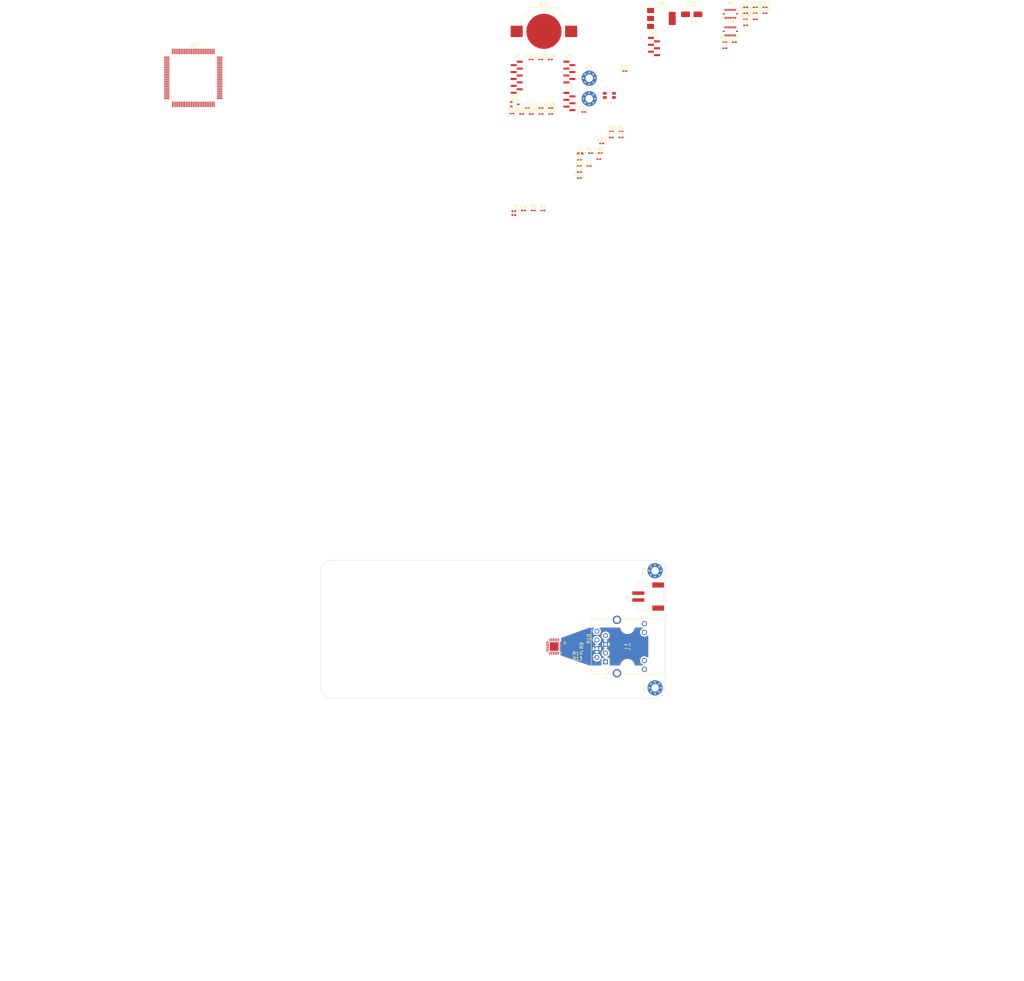
<source format=kicad_pcb>
(kicad_pcb (version 20211014) (generator pcbnew)
  (layers (0 "F.Cu" signal) (31 "B.Cu" signal) (34 "B.Paste" user) (35 "F.Paste" user) (36 "B.SilkS" user "B.Silkscreen") (37 "F.SilkS" user "F.Silkscreen") (38 "B.Mask" user) (39 "F.Mask" user) (44 "Edge.Cuts" user))
  (net 0 "")
  (net 1 "Net-(C1-Pad1)")
  (net 2 "GND")
  (net 3 "/nNRST")
  (net 4 "VCC")
  (net 5 "VDDA")
  (net 6 "/PHY/TX+")
  (net 7 "/PHY/TX-")
  (net 8 "/PHY/RX+")
  (net 9 "/PHY/RX-")
  (net 10 "Net-(J1-Pad10)")
  (net 11 "Net-(J1-Pad11)")
  (net 13 "/ETH_TX_EN")
  (net 14 "/ETH_TX_D0")
  (net 15 "/ETH_TX_D1")
  (net 16 "/ETH_REF_CLK")
  (net 17 "/ETH_RX_D0")
  (net 18 "/ETH_RX_D1")
  (net 19 "/ETH_MDC")
  (net 20 "/ETH_MDIO")
  (net 21 "/ETH_CRS_DV")
  (net 22 "/I2C1_SCL")
  (net 23 "/I2C1_SDA")
  (net 24 "/ACCL1_IN1")
  (net 25 "/ACCL1_INT2")
  (net 26 "/GYRO1_INT1")
  (net 27 "/GYRO1_INT2")
  (net 28 "/PHY/REFCLK")
  (net 29 "Net-(R2-Pad1)")
  (net 30 "/PHY/OSCIN")
  (net 31 "Net-(R4-Pad1)")
  (net 32 "Net-(R5-Pad2)")
  (net 33 "Net-(R7-Pad2)")
  (net 34 "/PHY/LED1")
  (net 35 "/PHY/LED2")
  (net 42 "Net-(BT1-Pad1)")
  (net 98 "/ACCL2_IN1")
  (net 99 "/ACCL2_INT2")
  (net 100 "/GYRO2_INT1")
  (net 101 "/GYRO2_INT2")
  (net 102 "Net-(U2-Pad14)")
  (net 103 "Net-(U2-Pad73)")
  (net 104 "Net-(U2-Pad49)")
  (net 105 "+5V")
  (net 106 "/I2C3_SCL")
  (net 107 "/I2C3_SDA")
  (net 108 "/SWDIO")
  (net 109 "/SWCLK")
  (net 110 "/UART_TX")
  (net 111 "/UART_RX")
  (net 113 "Net-(U2-Pad94)")
  (net 114 "/VREF+")
  (net 115 "Net-(U2-Pad37)")
  (net 116 "/OSC32_IN")
  (net 117 "/OSC_IN")
  (net 118 "Net-(U1-Pad24)")
  (footprint "Capacitor_SMD:C_0201_0603Metric_Pad0.64x0.40mm_HandSolder" (layer "F.Cu") (at 168.05 -26.44)
    (fp_text reference "C5")
    (fp_text value "0.022uF")
  )
  (footprint "MountingHole:MountingHole_2.2mm_M2_Pad_Via" (layer "F.Cu") (at 190 91 90)
    (fp_text reference "H3")
    (fp_text value "MountingHole")
  )
  (footprint "MountingHole:MountingHole_2.2mm_M2_Pad_Via" (layer "F.Cu") (at 170.9 -51.91)
    (fp_text reference "H1")
    (fp_text value "MountingHole")
  )
  (footprint "Resistor_SMD:R_0201_0603Metric_Pad0.64x0.40mm_HandSolder" (layer "F.Cu") (at 216.28 -70.75)
    (fp_text reference "R16")
    (fp_text value "R_Small")
  )
  (footprint "Capacitor_SMD:C_0201_0603Metric_Pad0.64x0.40mm_HandSolder" (layer "F.Cu") (at 216.28 -72.5)
    (fp_text reference "C7")
    (fp_text value "C_Small")
  )
  (footprint "Capacitor_SMD:C_0201_0603Metric_Pad0.64x0.40mm_HandSolder" (layer "F.Cu") (at 213.04 -62.36)
    (fp_text reference "C11")
    (fp_text value "C_Small")
  )
  (footprint "Capacitor_SMD:C_0201_0603Metric_Pad0.64x0.40mm_HandSolder" (layer "F.Cu") (at 151.85 -13.51)
    (fp_text reference "C4")
    (fp_text value "104")
  )
  (footprint "Resistor_SMD:R_0201_0603Metric_Pad0.64x0.40mm_HandSolder" (layer "F.Cu") (at 180.15 -36.46)
    (fp_text reference "R1")
    (fp_text value "33R")
  )
  (footprint "Resistor_SMD:R_0201_0603Metric_Pad0.64x0.40mm_HandSolder" (layer "F.Cu") (at 219.09 -72.5)
    (fp_text reference "R15")
    (fp_text value "R_Small")
  )
  (footprint "Capacitor_SMD:C_0201_0603Metric_Pad0.64x0.40mm_HandSolder" (layer "F.Cu") (at 169.33 -42.11)
    (fp_text reference "C22")
    (fp_text value "106")
  )
  (footprint "Capacitor_SMD:C_0201_0603Metric_Pad0.64x0.40mm_HandSolder" (layer "F.Cu") (at 170.86 -26.44)
    (fp_text reference "C2")
    (fp_text value "105")
  )
  (footprint "Footprint:XTAL_ASCO-50.000MHZ-EK-T3" (layer "F.Cu") (at 149.025 -12.76)
    (fp_text reference "Y1")
    (fp_text value "ASCO-50.000MHZ-EK-T3")
  )
  (footprint "Capacitor_SMD:C_0201_0603Metric_Pad0.64x0.40mm_HandSolder" (layer "F.Cu") (at 159.72 -41.51)
    (fp_text reference "C15")
    (fp_text value "104")
  )
  (footprint "Capacitor_SMD:C_0201_0603Metric_Pad0.64x0.40mm_HandSolder" (layer "F.Cu") (at 219.09 -70.75)
    (fp_text reference "C13")
    (fp_text value "C_Small")
  )
  (footprint "Connector_PinHeader_1.00mm:PinHeader_1x06_P1.00mm_Vertical_SMD_Pin1Left" (layer "F.Cu") (at 189.69 -61.1)
    (fp_text reference "J4")
    (fp_text value "Conn_01x06")
  )
  (footprint "Capacitor_SMD:C_0201_0603Metric_Pad0.64x0.40mm_HandSolder" (layer "F.Cu") (at 159.65 -57.34)
    (fp_text reference "C19")
    (fp_text value "106")
  )
  (footprint "Capacitor_SMD:C_0201_0603Metric_Pad0.64x0.40mm_HandSolder" (layer "F.Cu") (at 221.9 -72.5)
    (fp_text reference "C12")
    (fp_text value "C_Small")
  )
  (footprint "Resistor_SMD:R_0201_0603Metric_Pad0.64x0.40mm_HandSolder" (layer "F.Cu") (at 174.11 -30.18)
    (fp_text reference "R8")
    (fp_text value "4.7K")
  )
  (footprint "Resistor_SMD:R_0201_0603Metric_Pad0.64x0.40mm_HandSolder" (layer "F.Cu") (at 177.34 -34.71)
    (fp_text reference "R2")
    (fp_text value "33R")
  )
  (footprint "Inductor_SMD:L_0402_1005Metric_Pad0.77x0.64mm_HandSolder" (layer "F.Cu") (at 168.27 -30.06)
    (fp_text reference "L1")
    (fp_text value "L_Small")
  )
  (footprint "MountingHole:MountingHole_2.2mm_M2_Pad_Via" (layer "F.Cu") (at 170.9 -45.96)
    (fp_text reference "H4")
    (fp_text value "MountingHole")
  )
  (footprint "Capacitor_SMD:C_0201_0603Metric_Pad0.64x0.40mm_HandSolder" (layer "F.Cu") (at 168.05 -24.69)
    (fp_text reference "C3")
    (fp_text value "104")
  )
  (footprint "Resistor_SMD:R_0201_0603Metric_Pad0.64x0.40mm_HandSolder" (layer "F.Cu") (at 210.23 -62.36)
    (fp_text reference "R17")
    (fp_text value "R_Small")
  )
  (footprint "Resistor_SMD:R_0201_0603Metric_Pad0.64x0.40mm_HandSolder" (layer "F.Cu") (at 169.75 112.75 90)
    (fp_text reference "R9")
    (fp_text value "49.9R")
  )
  (footprint "Resistor_SMD:R_0201_0603Metric_Pad0.64x0.40mm_HandSolder" (layer "F.Cu") (at 170 116.5 180)
    (fp_text reference "R13")
    (fp_text value "49.9R")
  )
  (footprint "Capacitor_SMD:C_0201_0603Metric_Pad0.64x0.40mm_HandSolder" (layer "F.Cu") (at 154.1 -41.51)
    (fp_text reference "C14")
    (fp_text value "104")
  )
  (footprint "Resistor_SMD:R_0201_0603Metric_Pad0.64x0.40mm_HandSolder" (layer "F.Cu") (at 169.75 110.75 -90)
    (fp_text reference "R10")
    (fp_text value "49.9R")
  )
  (footprint "Connector_PinHeader_1.00mm:PinHeader_1x10_P1.00mm_Vertical_SMD_Pin1Right" (layer "F.Cu") (at 149.85 -52.19)
    (fp_text reference "J2")
    (fp_text value "Conn_01x10")
  )
  (footprint "Resistor_SMD:R_0201_0603Metric_Pad0.64x0.40mm_HandSolder" (layer "F.Cu") (at 180.15 -34.71)
    (fp_text reference "R6")
    (fp_text value "1.5K")
  )
  (footprint "Package_TO_SOT_SMD:SOT-323_SC-70" (layer "F.Cu") (at 149.3 -44.34)
    (fp_text reference "U5")
    (fp_text value "MAX7375AXR365")
  )
  (footprint "Package_QFP:LQFP-100_14x14mm_P0.5mm" (layer "F.Cu") (at 56 -52)
    (fp_text reference "U2")
    (fp_text value "STM32F407VETx")
  )
  (footprint "Package_TO_SOT_SMD:SOT-223-3_TabPin2" (layer "F.Cu") (at 191.84 -69.25)
    (fp_text reference "U6")
    (fp_text value "AMS1117-3.3")
  )
  (footprint "Capacitor_SMD:C_0201_0603Metric_Pad0.64x0.40mm_HandSolder" (layer "F.Cu") (at 152.93 -43.26)
    (fp_text reference "C16")
    (fp_text value "2.2uF")
  )
  (footprint "Footprint:PQFN50P450X300X100-16N" (layer "F.Cu") (at 211.85 -65.505)
    (fp_text reference "U3")
    (fp_text value "BMI088")
  )
  (footprint "Footprint:QFN50P400X400X100-25N" (layer "F.Cu") (at 160.75 113 -90)
    (fp_text reference "U1")
    (fp_text value "LAN8720A-CP")
  )
  (footprint "Battery:BatteryHolder_Keystone_3000_1x12mm" (layer "F.Cu") (at 157.75 -65.5)
    (fp_text reference "BT1")
    (fp_text value "Battery_Cell")
  )
  (footprint "Capacitor_SMD:C_0201_0603Metric_Pad0.64x0.40mm_HandSolder" (layer "F.Cu") (at 156.84 -57.34)
    (fp_text reference "C20")
    (fp_text value "104")
  )
  (footprint "Resistor_SMD:R_0201_0603Metric_Pad0.64x0.40mm_HandSolder" (layer "F.Cu") (at 170 115 180)
    (fp_text reference "R14")
    (fp_text value "49.9R")
  )
  (footprint "Capacitor_SMD:C_0201_0603Metric_Pad0.64x0.40mm_HandSolder" (layer "F.Cu") (at 216.28 -67.25)
    (fp_text reference "C9")
    (fp_text value "C_Small")
  )
  (footprint "Footprint:JST_S2B-PH-SM4-TB(LF)(SN)" (layer "F.Cu") (at 185.15 98.5 90)
    (fp_text reference "J6")
    (fp_text value "S2B-PH-SM4-TB(LF)(SN)")
  )
  (footprint "Resistor_SMD:R_0201_0603Metric_Pad0.64x0.40mm_HandSolder" (layer "F.Cu") (at 168.05 -22.94)
    (fp_text reference "R12")
    (fp_text value "332R")
  )
  (footprint "Resistor_SMD:R_0201_0603Metric_Pad0.64x0.40mm_HandSolder" (layer "F.Cu") (at 154.66 -13.51)
    (fp_text reference "R5")
    (fp_text value "10R")
  )
  (footprint "Capacitor_SMD:C_0201_0603Metric_Pad0.64x0.40mm_HandSolder" (layer "F.Cu") (at 154.03 -57.34)
    (fp_text reference "C21")
    (fp_text value "104")
  )
  (footprint "Footprint:PQFN50P450X300X100-16N" (layer "F.Cu") (at 211.85 -70.575)
    (fp_text reference "U4")
    (fp_text value "BMI088")
  )
  (footprint "Resistor_SMD:R_0201_0603Metric_Pad0.64x0.40mm_HandSolder" (layer "F.Cu") (at 173.67 -28.43)
    (fp_text reference "R7")
    (fp_text value "10R")
  )
  (footprint "Resistor_SMD:R_0201_0603Metric_Pad0.64x0.40mm_HandSolder" (layer "F.Cu") (at 177.34 -36.46)
    (fp_text reference "R3")
    (fp_text value "33R")
  )
  (footprint "Capacitor_SMD:C_0201_0603Metric_Pad0.64x0.40mm_HandSolder" (layer "F.Cu") (at 210.23 -60.61)
    (fp_text reference "C6")
    (fp_text value "C_Small")
  )
  (footprint "Resistor_SMD:R_0201_0603Metric_Pad0.64x0.40mm_HandSolder" (layer "F.Cu") (at 171.3 -30.18)
    (fp_text reference "R11")
    (fp_text value "332R")
  )
  (footprint "Resistor_SMD:R_0201_0603Metric_Pad0.64x0.40mm_HandSolder" (layer "F.Cu") (at 157.47 -13.51)
    (fp_text reference "R4")
    (fp_text value "10R")
  )
  (footprint "Resistor_SMD:R_0201_0603Metric_Pad0.64x0.40mm_HandSolder" (layer "F.Cu") (at 156.91 -41.51)
    (fp_text reference "R19")
    (fp_text value "10K")
  )
  (footprint "Capacitor_SMD:C_0201_0603Metric_Pad0.64x0.40mm_HandSolder" (layer "F.Cu") (at 219.09 -69)
    (fp_text reference "C8")
    (fp_text value "C_Small")
  )
  (footprint "Capacitor_SMD:C_0201_0603Metric_Pad0.64x0.40mm_HandSolder" (layer "F.Cu") (at 159.72 -43.26)
    (fp_text reference "C18")
    (fp_text value "104")
  )
  (footprint "Resistor_SMD:R_0201_0603Metric_Pad0.64x0.40mm_HandSolder" (layer "F.Cu") (at 148.48 -41.64)
    (fp_text reference "R22")
    (fp_text value "10K")
  )
  (footprint "Connector_PinHeader_1.00mm:PinHeader_1x06_P1.00mm_Vertical_SMD_Pin1Left" (layer "F.Cu") (at 165.15 -45.14)
    (fp_text reference "J3")
    (fp_text value "Conn_01x06")
  )
  (footprint "Footprint:HANRUN_HR911105A" (layer "F.Cu") (at 182 113 -90)
    (fp_text reference "J1")
    (fp_text value "HR911105A")
  )
  (footprint "Capacitor_SMD:C_0201_0603Metric_Pad0.64x0.40mm_HandSolder" (layer "F.Cu") (at 168.05 -28.19)
    (fp_text reference "C1")
    (fp_text value "470pF")
  )
  (footprint "Resistor_SMD:R_0201_0603Metric_Pad0.64x0.40mm_HandSolder" (layer "F.Cu") (at 151.29 -41.51)
    (fp_text reference "R20")
    (fp_text value "0R")
  )
  (footprint "Capacitor_SMD:CP_Elec_4x4.5" (layer "F.Cu") (at 200.64 -70.45)
    (fp_text reference "C23")
    (fp_text value "C_Polarized")
  )
  (footprint "Connector_PinHeader_1.00mm:PinHeader_1x07_P1.00mm_Vertical_SMD_Pin1Left" (layer "F.Cu") (at 165.15 -53.69)
    (fp_text reference "J5")
    (fp_text value "Conn_01x07")
  )
  (footprint "Capacitor_SMD:C_0201_0603Metric_Pad0.64x0.40mm_HandSolder" (layer "F.Cu") (at 221.9 -70.75)
    (fp_text reference "C10")
    (fp_text value "C_Small")
  )
  (footprint "Resistor_SMD:R_0201_0603Metric_Pad0.64x0.40mm_HandSolder" (layer "F.Cu") (at 216.28 -69)
    (fp_text reference "R18")
    (fp_text value "R_Small")
  )
  (footprint "Resistor_SMD:R_0201_0603Metric_Pad0.64x0.40mm_HandSolder" (layer "F.Cu") (at 174.53 -32.96)
    (fp_text reference "R23")
    (fp_text value "12.1K")
  )
  (footprint "Resistor_SMD:R_0201_0603Metric_Pad0.64x0.40mm_HandSolder" (layer "F.Cu") (at 181.23 -54.01)
    (fp_text reference "R21")
    (fp_text value "0R")
  )
  (footprint "Capacitor_SMD:C_0201_0603Metric_Pad0.64x0.40mm_HandSolder" (layer "F.Cu") (at 156.91 -43.26)
    (fp_text reference "C17")
    (fp_text value "2.2uF")
  )
  (footprint "Oscillator:Oscillator_SMD_SeikoEpson_SG3030CM" (layer "F.Cu") (at 176.75 -46.91)
    (fp_text reference "X1")
    (fp_text value "SG-3030CM")
  )
  (footprint "MountingHole:MountingHole_2.2mm_M2_Pad_Via" (layer "F.Cu") (at 190 125 90)
    (fp_text reference "H2")
    (fp_text value "MountingHole")
  )
  (gr_line (start 93 92) (end 93 91) (layer "Edge.Cuts") (width 0.1))
  (gr_line (start 93 125) (end 93 124) (layer "Edge.Cuts") (width 0.1))
  (gr_line (start 193 125) (end 193 124) (layer "Edge.Cuts") (width 0.1))
  (gr_line (start 193 92) (end 193 124) (layer "Edge.Cuts") (width 0.1))
  (gr_arc (start 190 88) (mid 192.12132 88.87868) (end 193 91) (layer "Edge.Cuts") (width 0.1))
  (gr_arc (start 93 91) (mid 93.87868 88.87868) (end 96 88) (layer "Edge.Cuts") (width 0.1))
  (gr_arc (start 96 128) (mid 93.87868 127.12132) (end 93 125) (layer "Edge.Cuts") (width 0.1))
  (gr_line (start 96 128) (end 190 128) (layer "Edge.Cuts") (width 0.1))
  (gr_arc (start 193 125) (mid 192.12132 127.12132) (end 190 128) (layer "Edge.Cuts") (width 0.1))
  (gr_line (start 93 92) (end 93 124) (layer "Edge.Cuts") (width 0.1))
  (gr_line (start 193 91) (end 193 92) (layer "Edge.Cuts") (width 0.1))
  (gr_line (start 190 88) (end 96 88) (layer "Edge.Cuts") (width 0.1))
  (segment (start 169.485762 115) (end 168.867881 114.382119) (width 0.25) (layer "F.Cu") (net 5))
  (segment (start 169.5925 115) (end 169.485762 115) (width 0.25) (layer "F.Cu") (net 5))
  (segment (start 169.75 111.1575) (end 169.75 112.3425) (width 0.25) (layer "F.Cu") (net 5))
  (via (at 168.867881 114.382119) (size 0.8) (drill 0.4) (layers "F.Cu" "B.Cu") (net 5))
  (segment (start 175.65 116.8505) (end 175.65 117.45) (width 0.2) (layer "F.Cu") (net 6))
  (segment (start 170.4075 114.932494) (end 170.4075 115) (width 0.2) (layer "F.Cu") (net 6))
  (segment (start 170.4075 115) (end 173.7995 115) (width 0.2) (layer "F.Cu") (net 6))
  (segment (start 173.7995 115) (end 175.65 116.8505) (width 0.2) (layer "F.Cu") (net 6))
  (segment (start 168.725006 113.25) (end 170.4075 114.932494) (width 0.2) (layer "F.Cu") (net 6))
  (segment (start 162.685 113.25) (end 168.725006 113.25) (width 0.2) (layer "F.Cu") (net 6))
  (segment (start 170.4075 116.5) (end 170.4075 116.2025) (width 0.2) (layer "F.Cu") (net 7))
  (segment (start 170.43 116.18) (end 170 115.75) (width 0.2) (layer "F.Cu") (net 7))
  (segment (start 173.11 116.18) (end 170.43 116.18) (width 0.2) (layer "F.Cu") (net 7))
  (segment (start 167.5 115.75) (end 170 115.75) (width 0.2) (layer "F.Cu") (net 7))
  (segment (start 165.5 113.75) (end 167.5 115.75) (width 0.2) (layer "F.Cu") (net 7))
  (segment (start 170.4075 116.2025) (end 170.43 116.18) (width 0.2) (layer "F.Cu") (net 7))
  (segment (start 162.685 113.75) (end 165.5 113.75) (width 0.2) (layer "F.Cu") (net 7))
  (segment (start 170.3425 109.75) (end 173.5 109.75) (width 0.2) (layer "F.Cu") (net 8))
  (segment (start 169.75 110.3425) (end 170.3425 109.75) (width 0.2) (layer "F.Cu") (net 8))
  (segment (start 162.685 112.25) (end 167.774994 112.25) (width 0.2) (layer "F.Cu") (net 8))
  (segment (start 174.5 113.76) (end 175.65 114.91) (width 0.2) (layer "F.Cu") (net 8))
  (segment (start 169.682494 110.3425) (end 169.75 110.3425) (width 0.2) (layer "F.Cu") (net 8))
  (segment (start 173.5 109.75) (end 174.5 110.75) (width 0.2) (layer "F.Cu") (net 8))
  (segment (start 174.5 110.75) (end 174.5 113.76) (width 0.2) (layer "F.Cu") (net 8))
  (segment (start 167.774994 112.25) (end 169.682494 110.3425) (width 0.2) (layer "F.Cu") (net 8))
  (segment (start 169.274994 112.75) (end 169.682494 113.1575) (width 0.2) (layer "F.Cu") (net 9))
  (segment (start 169.682494 113.1575) (end 169.75 113.1575) (width 0.2) (layer "F.Cu") (net 9))
  (segment (start 169.75 113.1575) (end 171.0525 113.1575) (width 0.2) (layer "F.Cu") (net 9))
  (segment (start 171.0525 113.1575) (end 173.11 111.1) (width 0.2) (layer "F.Cu") (net 9))
  (segment (start 162.685 112.75) (end 169.274994 112.75) (width 0.2) (layer "F.Cu") (net 9))
  (zone (net 5) (net_name "VDDA") (layers F&B.Cu) (connect_pads (clearance 0.508)) (min_thickness 0.254) (fill yes (thermal_gap 0.508) (thermal_bridge_width 0.508))
    (polygon (pts (xy 188 118.5) (xy 172 118.5) (xy 171.5 118.5) (xy 171 118.5) (xy 162.5 115.5) (xy 162.75 110.5) (xy 171 107.5) (xy 188 107.5)))
  )
)
</source>
